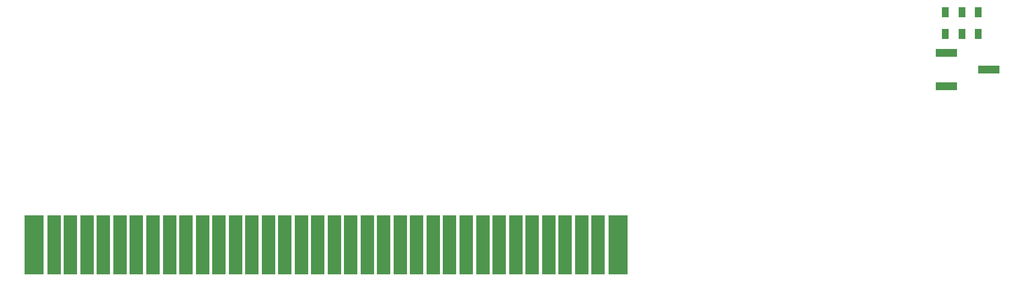
<source format=gbr>
%TF.GenerationSoftware,KiCad,Pcbnew,7.0.9*%
%TF.CreationDate,2024-01-30T12:33:28+01:00*%
%TF.ProjectId,FINESSE,46494e45-5353-4452-9e6b-696361645f70,rev?*%
%TF.SameCoordinates,Original*%
%TF.FileFunction,Paste,Bot*%
%TF.FilePolarity,Positive*%
%FSLAX46Y46*%
G04 Gerber Fmt 4.6, Leading zero omitted, Abs format (unit mm)*
G04 Created by KiCad (PCBNEW 7.0.9) date 2024-01-30 12:33:28*
%MOMM*%
%LPD*%
G01*
G04 APERTURE LIST*
G04 Aperture macros list*
%AMRoundRect*
0 Rectangle with rounded corners*
0 $1 Rounding radius*
0 $2 $3 $4 $5 $6 $7 $8 $9 X,Y pos of 4 corners*
0 Add a 4 corners polygon primitive as box body*
4,1,4,$2,$3,$4,$5,$6,$7,$8,$9,$2,$3,0*
0 Add four circle primitives for the rounded corners*
1,1,$1+$1,$2,$3*
1,1,$1+$1,$4,$5*
1,1,$1+$1,$6,$7*
1,1,$1+$1,$8,$9*
0 Add four rect primitives between the rounded corners*
20,1,$1+$1,$2,$3,$4,$5,0*
20,1,$1+$1,$4,$5,$6,$7,0*
20,1,$1+$1,$6,$7,$8,$9,0*
20,1,$1+$1,$8,$9,$2,$3,0*%
G04 Aperture macros list end*
%ADD10R,3.000000X9.000000*%
%ADD11R,2.000000X9.000000*%
%ADD12RoundRect,0.050000X0.450000X0.750000X-0.450000X0.750000X-0.450000X-0.750000X0.450000X-0.750000X0*%
%ADD13RoundRect,0.059500X1.590500X-0.535500X1.590500X0.535500X-1.590500X0.535500X-1.590500X-0.535500X0*%
G04 APERTURE END LIST*
D10*
%TO.C,P2*%
X37810000Y5460000D03*
D11*
X40810000Y5460000D03*
X43310000Y5460000D03*
X45810000Y5460000D03*
X48310000Y5460000D03*
X50810000Y5460000D03*
X53310000Y5460000D03*
X55810000Y5460000D03*
X58310000Y5460000D03*
X60810000Y5460000D03*
X63310000Y5460000D03*
X65810000Y5460000D03*
X68310000Y5460000D03*
X70810000Y5460000D03*
X73310000Y5460000D03*
X75810000Y5460000D03*
X78310000Y5460000D03*
X80810000Y5460000D03*
X83310000Y5460000D03*
X85810000Y5460000D03*
X88310000Y5460000D03*
X90810000Y5460000D03*
X93310000Y5460000D03*
X95810000Y5460000D03*
X98310000Y5460000D03*
X100810000Y5460000D03*
X103310000Y5460000D03*
X105810000Y5460000D03*
X108310000Y5460000D03*
X110810000Y5460000D03*
X113310000Y5460000D03*
X115810000Y5460000D03*
X118310000Y5460000D03*
X120810000Y5460000D03*
X123310000Y5460000D03*
D10*
X126310000Y5460000D03*
%TD*%
D12*
%TO.C,S1*%
X180960000Y40860000D03*
X175960000Y40860000D03*
X178460000Y40860000D03*
X180960000Y37560000D03*
X175960000Y37560000D03*
X178460000Y37560000D03*
%TD*%
D13*
%TO.C,P1*%
X176140000Y29570000D03*
X182540000Y32110000D03*
X176140000Y34650000D03*
%TD*%
M02*

</source>
